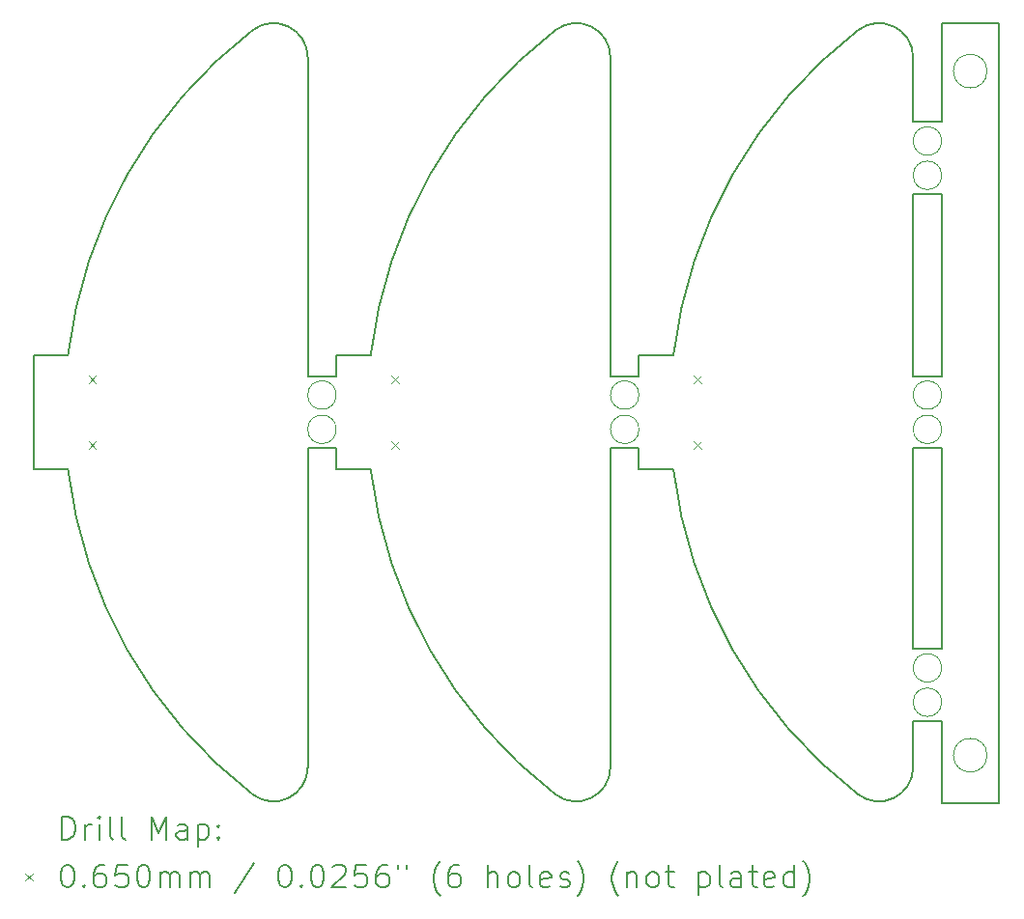
<source format=gbr>
%TF.GenerationSoftware,KiCad,Pcbnew,8.0.5*%
%TF.CreationDate,2025-01-30T01:50:47+01:00*%
%TF.ProjectId,LAMP_OUTDOOR_BATTERY_PANEL,4c414d50-5f4f-4555-9444-4f4f525f4241,rev?*%
%TF.SameCoordinates,Original*%
%TF.FileFunction,Drillmap*%
%TF.FilePolarity,Positive*%
%FSLAX45Y45*%
G04 Gerber Fmt 4.5, Leading zero omitted, Abs format (unit mm)*
G04 Created by KiCad (PCBNEW 8.0.5) date 2025-01-30 01:50:47*
%MOMM*%
%LPD*%
G01*
G04 APERTURE LIST*
%ADD10C,0.050000*%
%ADD11C,0.200000*%
%ADD12C,0.100000*%
G04 APERTURE END LIST*
D10*
X22030500Y-12200000D02*
G75*
G02*
X21735500Y-12200000I-147500J0D01*
G01*
X21735500Y-12200000D02*
G75*
G02*
X22030500Y-12200000I147500J0D01*
G01*
X22030500Y-6200000D02*
G75*
G02*
X21735500Y-6200000I-147500J0D01*
G01*
X21735500Y-6200000D02*
G75*
G02*
X22030500Y-6200000I147500J0D01*
G01*
D11*
X21633000Y-8875000D02*
X21633000Y-7281000D01*
X21633000Y-11268000D02*
X21633000Y-9509000D01*
X21633000Y-12617000D02*
X21633000Y-11902000D01*
X22133000Y-12617000D02*
X21633000Y-12617000D01*
X22133000Y-5783000D02*
X22133000Y-12617000D01*
X21633000Y-5783000D02*
X22133000Y-5783000D01*
X21633000Y-6647000D02*
X21633000Y-5783000D01*
X21383000Y-6647000D02*
X21382440Y-6078956D01*
X21382680Y-7280000D02*
X21382680Y-7280000D01*
X21383000Y-8875000D02*
X21383012Y-7281000D01*
X21383000Y-11268000D02*
X21383012Y-9509000D01*
D10*
X21633000Y-11434000D02*
G75*
G02*
X21383000Y-11434000I-125000J0D01*
G01*
X21383000Y-11434000D02*
G75*
G02*
X21633000Y-11434000I125000J0D01*
G01*
D11*
X21633000Y-11268000D02*
X21383000Y-11268000D01*
D10*
X21633000Y-11735000D02*
G75*
G02*
X21383000Y-11735000I-125000J0D01*
G01*
X21383000Y-11735000D02*
G75*
G02*
X21633000Y-11735000I125000J0D01*
G01*
D11*
X21633000Y-11902000D02*
X21383012Y-11902000D01*
D10*
X21633000Y-9041000D02*
G75*
G02*
X21383000Y-9041000I-125000J0D01*
G01*
X21383000Y-9041000D02*
G75*
G02*
X21633000Y-9041000I125000J0D01*
G01*
D11*
X21633000Y-9509000D02*
X21383012Y-9509000D01*
D10*
X21633000Y-9342000D02*
G75*
G02*
X21383000Y-9342000I-125000J0D01*
G01*
X21383000Y-9342000D02*
G75*
G02*
X21633000Y-9342000I125000J0D01*
G01*
D11*
X21633000Y-8875000D02*
X21383000Y-8875000D01*
D10*
X21633000Y-6813000D02*
G75*
G02*
X21383000Y-6813000I-125000J0D01*
G01*
X21383000Y-6813000D02*
G75*
G02*
X21633000Y-6813000I125000J0D01*
G01*
D11*
X21633000Y-7281000D02*
X21383012Y-7281000D01*
D10*
X21633000Y-7114000D02*
G75*
G02*
X21383000Y-7114000I-125000J0D01*
G01*
X21383000Y-7114000D02*
G75*
G02*
X21633000Y-7114000I125000J0D01*
G01*
D11*
X21633000Y-6647000D02*
X21383000Y-6647000D01*
X18980000Y-9509000D02*
X18979470Y-9692000D01*
X18730000Y-8875000D02*
X18729440Y-6078956D01*
D10*
X18980000Y-9342000D02*
G75*
G02*
X18730000Y-9342000I-125000J0D01*
G01*
X18730000Y-9342000D02*
G75*
G02*
X18980000Y-9342000I125000J0D01*
G01*
X18980000Y-9041000D02*
G75*
G02*
X18730000Y-9041000I-125000J0D01*
G01*
X18730000Y-9041000D02*
G75*
G02*
X18980000Y-9041000I125000J0D01*
G01*
D11*
X18980000Y-9509000D02*
X18730012Y-9509000D01*
X18980000Y-8875000D02*
X18730000Y-8875000D01*
D10*
X16326470Y-9342000D02*
G75*
G02*
X16076470Y-9342000I-125000J0D01*
G01*
X16076470Y-9342000D02*
G75*
G02*
X16326470Y-9342000I125000J0D01*
G01*
X16326470Y-9041000D02*
G75*
G02*
X16076470Y-9041000I-125000J0D01*
G01*
X16076470Y-9041000D02*
G75*
G02*
X16326470Y-9041000I125000J0D01*
G01*
D11*
X16326470Y-9509000D02*
X16326470Y-9692000D01*
X16326470Y-9509000D02*
X16076482Y-9509000D01*
X16076470Y-8875000D02*
X16076470Y-6078956D01*
X16326470Y-8875000D02*
X16076470Y-8875000D01*
X13673500Y-8692000D02*
X13673500Y-9692000D01*
X15593283Y-12542620D02*
G75*
G02*
X13975476Y-9692000I2583547J3350620D01*
G01*
X13673500Y-9692000D02*
X13975476Y-9692000D01*
X16076470Y-12305044D02*
X16076482Y-9509000D01*
X13975476Y-8692000D02*
X13673500Y-8692000D01*
X15593283Y-5841379D02*
G75*
G02*
X16076473Y-6078956I183187J-237581D01*
G01*
X16076470Y-12305044D02*
G75*
G02*
X15593285Y-12542618I-300000J4D01*
G01*
X13975476Y-8692000D02*
G75*
G02*
X15593283Y-5841379I4201354J-500000D01*
G01*
X16326470Y-8692000D02*
X16326470Y-8875000D01*
X18246253Y-12542620D02*
G75*
G02*
X16628446Y-9692000I2583551J3350623D01*
G01*
X16326470Y-9692000D02*
X16628446Y-9692000D01*
X16628446Y-8692000D02*
X16326470Y-8692000D01*
X18246253Y-5841379D02*
G75*
G02*
X18729440Y-6078956I183187J-237577D01*
G01*
X18729440Y-12305044D02*
X18730012Y-9509000D01*
X18729440Y-12305044D02*
G75*
G02*
X18246253Y-12542620I-300003J6D01*
G01*
X16628446Y-8692000D02*
G75*
G02*
X18246253Y-5841379I4201350J-499999D01*
G01*
X18979470Y-8692000D02*
X18980000Y-8875000D01*
X20899253Y-12542620D02*
G75*
G02*
X19281446Y-9692000I2583551J3350623D01*
G01*
X18979470Y-9692000D02*
X19281446Y-9692000D01*
X19281446Y-8692000D02*
X18979470Y-8692000D01*
X20899253Y-5841379D02*
G75*
G02*
X21382440Y-6078956I183187J-237577D01*
G01*
X21382440Y-12305044D02*
X21383012Y-11902000D01*
X21382440Y-12305044D02*
G75*
G02*
X20899253Y-12542620I-300003J6D01*
G01*
X19281446Y-8692000D02*
G75*
G02*
X20899253Y-5841379I4201350J-499999D01*
G01*
D12*
X14156000Y-8871500D02*
X14221000Y-8936500D01*
X14221000Y-8871500D02*
X14156000Y-8936500D01*
X14156000Y-9449500D02*
X14221000Y-9514500D01*
X14221000Y-9449500D02*
X14156000Y-9514500D01*
X16808970Y-8871500D02*
X16873970Y-8936500D01*
X16873970Y-8871500D02*
X16808970Y-8936500D01*
X16808970Y-9449500D02*
X16873970Y-9514500D01*
X16873970Y-9449500D02*
X16808970Y-9514500D01*
X19461970Y-8871500D02*
X19526970Y-8936500D01*
X19526970Y-8871500D02*
X19461970Y-8936500D01*
X19461970Y-9449500D02*
X19526970Y-9514500D01*
X19526970Y-9449500D02*
X19461970Y-9514500D01*
D11*
X13924277Y-12938484D02*
X13924277Y-12738484D01*
X13924277Y-12738484D02*
X13971896Y-12738484D01*
X13971896Y-12738484D02*
X14000467Y-12748008D01*
X14000467Y-12748008D02*
X14019515Y-12767055D01*
X14019515Y-12767055D02*
X14029039Y-12786103D01*
X14029039Y-12786103D02*
X14038562Y-12824198D01*
X14038562Y-12824198D02*
X14038562Y-12852769D01*
X14038562Y-12852769D02*
X14029039Y-12890865D01*
X14029039Y-12890865D02*
X14019515Y-12909912D01*
X14019515Y-12909912D02*
X14000467Y-12928960D01*
X14000467Y-12928960D02*
X13971896Y-12938484D01*
X13971896Y-12938484D02*
X13924277Y-12938484D01*
X14124277Y-12938484D02*
X14124277Y-12805150D01*
X14124277Y-12843246D02*
X14133801Y-12824198D01*
X14133801Y-12824198D02*
X14143324Y-12814674D01*
X14143324Y-12814674D02*
X14162372Y-12805150D01*
X14162372Y-12805150D02*
X14181420Y-12805150D01*
X14248086Y-12938484D02*
X14248086Y-12805150D01*
X14248086Y-12738484D02*
X14238562Y-12748008D01*
X14238562Y-12748008D02*
X14248086Y-12757531D01*
X14248086Y-12757531D02*
X14257610Y-12748008D01*
X14257610Y-12748008D02*
X14248086Y-12738484D01*
X14248086Y-12738484D02*
X14248086Y-12757531D01*
X14371896Y-12938484D02*
X14352848Y-12928960D01*
X14352848Y-12928960D02*
X14343324Y-12909912D01*
X14343324Y-12909912D02*
X14343324Y-12738484D01*
X14476658Y-12938484D02*
X14457610Y-12928960D01*
X14457610Y-12928960D02*
X14448086Y-12909912D01*
X14448086Y-12909912D02*
X14448086Y-12738484D01*
X14705229Y-12938484D02*
X14705229Y-12738484D01*
X14705229Y-12738484D02*
X14771896Y-12881341D01*
X14771896Y-12881341D02*
X14838562Y-12738484D01*
X14838562Y-12738484D02*
X14838562Y-12938484D01*
X15019515Y-12938484D02*
X15019515Y-12833722D01*
X15019515Y-12833722D02*
X15009991Y-12814674D01*
X15009991Y-12814674D02*
X14990943Y-12805150D01*
X14990943Y-12805150D02*
X14952848Y-12805150D01*
X14952848Y-12805150D02*
X14933801Y-12814674D01*
X15019515Y-12928960D02*
X15000467Y-12938484D01*
X15000467Y-12938484D02*
X14952848Y-12938484D01*
X14952848Y-12938484D02*
X14933801Y-12928960D01*
X14933801Y-12928960D02*
X14924277Y-12909912D01*
X14924277Y-12909912D02*
X14924277Y-12890865D01*
X14924277Y-12890865D02*
X14933801Y-12871817D01*
X14933801Y-12871817D02*
X14952848Y-12862293D01*
X14952848Y-12862293D02*
X15000467Y-12862293D01*
X15000467Y-12862293D02*
X15019515Y-12852769D01*
X15114753Y-12805150D02*
X15114753Y-13005150D01*
X15114753Y-12814674D02*
X15133801Y-12805150D01*
X15133801Y-12805150D02*
X15171896Y-12805150D01*
X15171896Y-12805150D02*
X15190943Y-12814674D01*
X15190943Y-12814674D02*
X15200467Y-12824198D01*
X15200467Y-12824198D02*
X15209991Y-12843246D01*
X15209991Y-12843246D02*
X15209991Y-12900388D01*
X15209991Y-12900388D02*
X15200467Y-12919436D01*
X15200467Y-12919436D02*
X15190943Y-12928960D01*
X15190943Y-12928960D02*
X15171896Y-12938484D01*
X15171896Y-12938484D02*
X15133801Y-12938484D01*
X15133801Y-12938484D02*
X15114753Y-12928960D01*
X15295705Y-12919436D02*
X15305229Y-12928960D01*
X15305229Y-12928960D02*
X15295705Y-12938484D01*
X15295705Y-12938484D02*
X15286182Y-12928960D01*
X15286182Y-12928960D02*
X15295705Y-12919436D01*
X15295705Y-12919436D02*
X15295705Y-12938484D01*
X15295705Y-12814674D02*
X15305229Y-12824198D01*
X15305229Y-12824198D02*
X15295705Y-12833722D01*
X15295705Y-12833722D02*
X15286182Y-12824198D01*
X15286182Y-12824198D02*
X15295705Y-12814674D01*
X15295705Y-12814674D02*
X15295705Y-12833722D01*
D12*
X13598500Y-13234500D02*
X13663500Y-13299500D01*
X13663500Y-13234500D02*
X13598500Y-13299500D01*
D11*
X13962372Y-13158484D02*
X13981420Y-13158484D01*
X13981420Y-13158484D02*
X14000467Y-13168008D01*
X14000467Y-13168008D02*
X14009991Y-13177531D01*
X14009991Y-13177531D02*
X14019515Y-13196579D01*
X14019515Y-13196579D02*
X14029039Y-13234674D01*
X14029039Y-13234674D02*
X14029039Y-13282293D01*
X14029039Y-13282293D02*
X14019515Y-13320388D01*
X14019515Y-13320388D02*
X14009991Y-13339436D01*
X14009991Y-13339436D02*
X14000467Y-13348960D01*
X14000467Y-13348960D02*
X13981420Y-13358484D01*
X13981420Y-13358484D02*
X13962372Y-13358484D01*
X13962372Y-13358484D02*
X13943324Y-13348960D01*
X13943324Y-13348960D02*
X13933801Y-13339436D01*
X13933801Y-13339436D02*
X13924277Y-13320388D01*
X13924277Y-13320388D02*
X13914753Y-13282293D01*
X13914753Y-13282293D02*
X13914753Y-13234674D01*
X13914753Y-13234674D02*
X13924277Y-13196579D01*
X13924277Y-13196579D02*
X13933801Y-13177531D01*
X13933801Y-13177531D02*
X13943324Y-13168008D01*
X13943324Y-13168008D02*
X13962372Y-13158484D01*
X14114753Y-13339436D02*
X14124277Y-13348960D01*
X14124277Y-13348960D02*
X14114753Y-13358484D01*
X14114753Y-13358484D02*
X14105229Y-13348960D01*
X14105229Y-13348960D02*
X14114753Y-13339436D01*
X14114753Y-13339436D02*
X14114753Y-13358484D01*
X14295705Y-13158484D02*
X14257610Y-13158484D01*
X14257610Y-13158484D02*
X14238562Y-13168008D01*
X14238562Y-13168008D02*
X14229039Y-13177531D01*
X14229039Y-13177531D02*
X14209991Y-13206103D01*
X14209991Y-13206103D02*
X14200467Y-13244198D01*
X14200467Y-13244198D02*
X14200467Y-13320388D01*
X14200467Y-13320388D02*
X14209991Y-13339436D01*
X14209991Y-13339436D02*
X14219515Y-13348960D01*
X14219515Y-13348960D02*
X14238562Y-13358484D01*
X14238562Y-13358484D02*
X14276658Y-13358484D01*
X14276658Y-13358484D02*
X14295705Y-13348960D01*
X14295705Y-13348960D02*
X14305229Y-13339436D01*
X14305229Y-13339436D02*
X14314753Y-13320388D01*
X14314753Y-13320388D02*
X14314753Y-13272769D01*
X14314753Y-13272769D02*
X14305229Y-13253722D01*
X14305229Y-13253722D02*
X14295705Y-13244198D01*
X14295705Y-13244198D02*
X14276658Y-13234674D01*
X14276658Y-13234674D02*
X14238562Y-13234674D01*
X14238562Y-13234674D02*
X14219515Y-13244198D01*
X14219515Y-13244198D02*
X14209991Y-13253722D01*
X14209991Y-13253722D02*
X14200467Y-13272769D01*
X14495705Y-13158484D02*
X14400467Y-13158484D01*
X14400467Y-13158484D02*
X14390943Y-13253722D01*
X14390943Y-13253722D02*
X14400467Y-13244198D01*
X14400467Y-13244198D02*
X14419515Y-13234674D01*
X14419515Y-13234674D02*
X14467134Y-13234674D01*
X14467134Y-13234674D02*
X14486182Y-13244198D01*
X14486182Y-13244198D02*
X14495705Y-13253722D01*
X14495705Y-13253722D02*
X14505229Y-13272769D01*
X14505229Y-13272769D02*
X14505229Y-13320388D01*
X14505229Y-13320388D02*
X14495705Y-13339436D01*
X14495705Y-13339436D02*
X14486182Y-13348960D01*
X14486182Y-13348960D02*
X14467134Y-13358484D01*
X14467134Y-13358484D02*
X14419515Y-13358484D01*
X14419515Y-13358484D02*
X14400467Y-13348960D01*
X14400467Y-13348960D02*
X14390943Y-13339436D01*
X14629039Y-13158484D02*
X14648086Y-13158484D01*
X14648086Y-13158484D02*
X14667134Y-13168008D01*
X14667134Y-13168008D02*
X14676658Y-13177531D01*
X14676658Y-13177531D02*
X14686182Y-13196579D01*
X14686182Y-13196579D02*
X14695705Y-13234674D01*
X14695705Y-13234674D02*
X14695705Y-13282293D01*
X14695705Y-13282293D02*
X14686182Y-13320388D01*
X14686182Y-13320388D02*
X14676658Y-13339436D01*
X14676658Y-13339436D02*
X14667134Y-13348960D01*
X14667134Y-13348960D02*
X14648086Y-13358484D01*
X14648086Y-13358484D02*
X14629039Y-13358484D01*
X14629039Y-13358484D02*
X14609991Y-13348960D01*
X14609991Y-13348960D02*
X14600467Y-13339436D01*
X14600467Y-13339436D02*
X14590943Y-13320388D01*
X14590943Y-13320388D02*
X14581420Y-13282293D01*
X14581420Y-13282293D02*
X14581420Y-13234674D01*
X14581420Y-13234674D02*
X14590943Y-13196579D01*
X14590943Y-13196579D02*
X14600467Y-13177531D01*
X14600467Y-13177531D02*
X14609991Y-13168008D01*
X14609991Y-13168008D02*
X14629039Y-13158484D01*
X14781420Y-13358484D02*
X14781420Y-13225150D01*
X14781420Y-13244198D02*
X14790943Y-13234674D01*
X14790943Y-13234674D02*
X14809991Y-13225150D01*
X14809991Y-13225150D02*
X14838563Y-13225150D01*
X14838563Y-13225150D02*
X14857610Y-13234674D01*
X14857610Y-13234674D02*
X14867134Y-13253722D01*
X14867134Y-13253722D02*
X14867134Y-13358484D01*
X14867134Y-13253722D02*
X14876658Y-13234674D01*
X14876658Y-13234674D02*
X14895705Y-13225150D01*
X14895705Y-13225150D02*
X14924277Y-13225150D01*
X14924277Y-13225150D02*
X14943324Y-13234674D01*
X14943324Y-13234674D02*
X14952848Y-13253722D01*
X14952848Y-13253722D02*
X14952848Y-13358484D01*
X15048086Y-13358484D02*
X15048086Y-13225150D01*
X15048086Y-13244198D02*
X15057610Y-13234674D01*
X15057610Y-13234674D02*
X15076658Y-13225150D01*
X15076658Y-13225150D02*
X15105229Y-13225150D01*
X15105229Y-13225150D02*
X15124277Y-13234674D01*
X15124277Y-13234674D02*
X15133801Y-13253722D01*
X15133801Y-13253722D02*
X15133801Y-13358484D01*
X15133801Y-13253722D02*
X15143324Y-13234674D01*
X15143324Y-13234674D02*
X15162372Y-13225150D01*
X15162372Y-13225150D02*
X15190943Y-13225150D01*
X15190943Y-13225150D02*
X15209991Y-13234674D01*
X15209991Y-13234674D02*
X15219515Y-13253722D01*
X15219515Y-13253722D02*
X15219515Y-13358484D01*
X15609991Y-13148960D02*
X15438563Y-13406103D01*
X15867134Y-13158484D02*
X15886182Y-13158484D01*
X15886182Y-13158484D02*
X15905229Y-13168008D01*
X15905229Y-13168008D02*
X15914753Y-13177531D01*
X15914753Y-13177531D02*
X15924277Y-13196579D01*
X15924277Y-13196579D02*
X15933801Y-13234674D01*
X15933801Y-13234674D02*
X15933801Y-13282293D01*
X15933801Y-13282293D02*
X15924277Y-13320388D01*
X15924277Y-13320388D02*
X15914753Y-13339436D01*
X15914753Y-13339436D02*
X15905229Y-13348960D01*
X15905229Y-13348960D02*
X15886182Y-13358484D01*
X15886182Y-13358484D02*
X15867134Y-13358484D01*
X15867134Y-13358484D02*
X15848086Y-13348960D01*
X15848086Y-13348960D02*
X15838563Y-13339436D01*
X15838563Y-13339436D02*
X15829039Y-13320388D01*
X15829039Y-13320388D02*
X15819515Y-13282293D01*
X15819515Y-13282293D02*
X15819515Y-13234674D01*
X15819515Y-13234674D02*
X15829039Y-13196579D01*
X15829039Y-13196579D02*
X15838563Y-13177531D01*
X15838563Y-13177531D02*
X15848086Y-13168008D01*
X15848086Y-13168008D02*
X15867134Y-13158484D01*
X16019515Y-13339436D02*
X16029039Y-13348960D01*
X16029039Y-13348960D02*
X16019515Y-13358484D01*
X16019515Y-13358484D02*
X16009991Y-13348960D01*
X16009991Y-13348960D02*
X16019515Y-13339436D01*
X16019515Y-13339436D02*
X16019515Y-13358484D01*
X16152848Y-13158484D02*
X16171896Y-13158484D01*
X16171896Y-13158484D02*
X16190944Y-13168008D01*
X16190944Y-13168008D02*
X16200467Y-13177531D01*
X16200467Y-13177531D02*
X16209991Y-13196579D01*
X16209991Y-13196579D02*
X16219515Y-13234674D01*
X16219515Y-13234674D02*
X16219515Y-13282293D01*
X16219515Y-13282293D02*
X16209991Y-13320388D01*
X16209991Y-13320388D02*
X16200467Y-13339436D01*
X16200467Y-13339436D02*
X16190944Y-13348960D01*
X16190944Y-13348960D02*
X16171896Y-13358484D01*
X16171896Y-13358484D02*
X16152848Y-13358484D01*
X16152848Y-13358484D02*
X16133801Y-13348960D01*
X16133801Y-13348960D02*
X16124277Y-13339436D01*
X16124277Y-13339436D02*
X16114753Y-13320388D01*
X16114753Y-13320388D02*
X16105229Y-13282293D01*
X16105229Y-13282293D02*
X16105229Y-13234674D01*
X16105229Y-13234674D02*
X16114753Y-13196579D01*
X16114753Y-13196579D02*
X16124277Y-13177531D01*
X16124277Y-13177531D02*
X16133801Y-13168008D01*
X16133801Y-13168008D02*
X16152848Y-13158484D01*
X16295706Y-13177531D02*
X16305229Y-13168008D01*
X16305229Y-13168008D02*
X16324277Y-13158484D01*
X16324277Y-13158484D02*
X16371896Y-13158484D01*
X16371896Y-13158484D02*
X16390944Y-13168008D01*
X16390944Y-13168008D02*
X16400467Y-13177531D01*
X16400467Y-13177531D02*
X16409991Y-13196579D01*
X16409991Y-13196579D02*
X16409991Y-13215627D01*
X16409991Y-13215627D02*
X16400467Y-13244198D01*
X16400467Y-13244198D02*
X16286182Y-13358484D01*
X16286182Y-13358484D02*
X16409991Y-13358484D01*
X16590944Y-13158484D02*
X16495706Y-13158484D01*
X16495706Y-13158484D02*
X16486182Y-13253722D01*
X16486182Y-13253722D02*
X16495706Y-13244198D01*
X16495706Y-13244198D02*
X16514753Y-13234674D01*
X16514753Y-13234674D02*
X16562372Y-13234674D01*
X16562372Y-13234674D02*
X16581420Y-13244198D01*
X16581420Y-13244198D02*
X16590944Y-13253722D01*
X16590944Y-13253722D02*
X16600467Y-13272769D01*
X16600467Y-13272769D02*
X16600467Y-13320388D01*
X16600467Y-13320388D02*
X16590944Y-13339436D01*
X16590944Y-13339436D02*
X16581420Y-13348960D01*
X16581420Y-13348960D02*
X16562372Y-13358484D01*
X16562372Y-13358484D02*
X16514753Y-13358484D01*
X16514753Y-13358484D02*
X16495706Y-13348960D01*
X16495706Y-13348960D02*
X16486182Y-13339436D01*
X16771896Y-13158484D02*
X16733801Y-13158484D01*
X16733801Y-13158484D02*
X16714753Y-13168008D01*
X16714753Y-13168008D02*
X16705229Y-13177531D01*
X16705229Y-13177531D02*
X16686182Y-13206103D01*
X16686182Y-13206103D02*
X16676658Y-13244198D01*
X16676658Y-13244198D02*
X16676658Y-13320388D01*
X16676658Y-13320388D02*
X16686182Y-13339436D01*
X16686182Y-13339436D02*
X16695706Y-13348960D01*
X16695706Y-13348960D02*
X16714753Y-13358484D01*
X16714753Y-13358484D02*
X16752848Y-13358484D01*
X16752848Y-13358484D02*
X16771896Y-13348960D01*
X16771896Y-13348960D02*
X16781420Y-13339436D01*
X16781420Y-13339436D02*
X16790944Y-13320388D01*
X16790944Y-13320388D02*
X16790944Y-13272769D01*
X16790944Y-13272769D02*
X16781420Y-13253722D01*
X16781420Y-13253722D02*
X16771896Y-13244198D01*
X16771896Y-13244198D02*
X16752848Y-13234674D01*
X16752848Y-13234674D02*
X16714753Y-13234674D01*
X16714753Y-13234674D02*
X16695706Y-13244198D01*
X16695706Y-13244198D02*
X16686182Y-13253722D01*
X16686182Y-13253722D02*
X16676658Y-13272769D01*
X16867134Y-13158484D02*
X16867134Y-13196579D01*
X16943325Y-13158484D02*
X16943325Y-13196579D01*
X17238563Y-13434674D02*
X17229039Y-13425150D01*
X17229039Y-13425150D02*
X17209991Y-13396579D01*
X17209991Y-13396579D02*
X17200468Y-13377531D01*
X17200468Y-13377531D02*
X17190944Y-13348960D01*
X17190944Y-13348960D02*
X17181420Y-13301341D01*
X17181420Y-13301341D02*
X17181420Y-13263246D01*
X17181420Y-13263246D02*
X17190944Y-13215627D01*
X17190944Y-13215627D02*
X17200468Y-13187055D01*
X17200468Y-13187055D02*
X17209991Y-13168008D01*
X17209991Y-13168008D02*
X17229039Y-13139436D01*
X17229039Y-13139436D02*
X17238563Y-13129912D01*
X17400468Y-13158484D02*
X17362372Y-13158484D01*
X17362372Y-13158484D02*
X17343325Y-13168008D01*
X17343325Y-13168008D02*
X17333801Y-13177531D01*
X17333801Y-13177531D02*
X17314753Y-13206103D01*
X17314753Y-13206103D02*
X17305230Y-13244198D01*
X17305230Y-13244198D02*
X17305230Y-13320388D01*
X17305230Y-13320388D02*
X17314753Y-13339436D01*
X17314753Y-13339436D02*
X17324277Y-13348960D01*
X17324277Y-13348960D02*
X17343325Y-13358484D01*
X17343325Y-13358484D02*
X17381420Y-13358484D01*
X17381420Y-13358484D02*
X17400468Y-13348960D01*
X17400468Y-13348960D02*
X17409991Y-13339436D01*
X17409991Y-13339436D02*
X17419515Y-13320388D01*
X17419515Y-13320388D02*
X17419515Y-13272769D01*
X17419515Y-13272769D02*
X17409991Y-13253722D01*
X17409991Y-13253722D02*
X17400468Y-13244198D01*
X17400468Y-13244198D02*
X17381420Y-13234674D01*
X17381420Y-13234674D02*
X17343325Y-13234674D01*
X17343325Y-13234674D02*
X17324277Y-13244198D01*
X17324277Y-13244198D02*
X17314753Y-13253722D01*
X17314753Y-13253722D02*
X17305230Y-13272769D01*
X17657611Y-13358484D02*
X17657611Y-13158484D01*
X17743325Y-13358484D02*
X17743325Y-13253722D01*
X17743325Y-13253722D02*
X17733801Y-13234674D01*
X17733801Y-13234674D02*
X17714753Y-13225150D01*
X17714753Y-13225150D02*
X17686182Y-13225150D01*
X17686182Y-13225150D02*
X17667134Y-13234674D01*
X17667134Y-13234674D02*
X17657611Y-13244198D01*
X17867134Y-13358484D02*
X17848087Y-13348960D01*
X17848087Y-13348960D02*
X17838563Y-13339436D01*
X17838563Y-13339436D02*
X17829039Y-13320388D01*
X17829039Y-13320388D02*
X17829039Y-13263246D01*
X17829039Y-13263246D02*
X17838563Y-13244198D01*
X17838563Y-13244198D02*
X17848087Y-13234674D01*
X17848087Y-13234674D02*
X17867134Y-13225150D01*
X17867134Y-13225150D02*
X17895706Y-13225150D01*
X17895706Y-13225150D02*
X17914753Y-13234674D01*
X17914753Y-13234674D02*
X17924277Y-13244198D01*
X17924277Y-13244198D02*
X17933801Y-13263246D01*
X17933801Y-13263246D02*
X17933801Y-13320388D01*
X17933801Y-13320388D02*
X17924277Y-13339436D01*
X17924277Y-13339436D02*
X17914753Y-13348960D01*
X17914753Y-13348960D02*
X17895706Y-13358484D01*
X17895706Y-13358484D02*
X17867134Y-13358484D01*
X18048087Y-13358484D02*
X18029039Y-13348960D01*
X18029039Y-13348960D02*
X18019515Y-13329912D01*
X18019515Y-13329912D02*
X18019515Y-13158484D01*
X18200468Y-13348960D02*
X18181420Y-13358484D01*
X18181420Y-13358484D02*
X18143325Y-13358484D01*
X18143325Y-13358484D02*
X18124277Y-13348960D01*
X18124277Y-13348960D02*
X18114753Y-13329912D01*
X18114753Y-13329912D02*
X18114753Y-13253722D01*
X18114753Y-13253722D02*
X18124277Y-13234674D01*
X18124277Y-13234674D02*
X18143325Y-13225150D01*
X18143325Y-13225150D02*
X18181420Y-13225150D01*
X18181420Y-13225150D02*
X18200468Y-13234674D01*
X18200468Y-13234674D02*
X18209992Y-13253722D01*
X18209992Y-13253722D02*
X18209992Y-13272769D01*
X18209992Y-13272769D02*
X18114753Y-13291817D01*
X18286182Y-13348960D02*
X18305230Y-13358484D01*
X18305230Y-13358484D02*
X18343325Y-13358484D01*
X18343325Y-13358484D02*
X18362373Y-13348960D01*
X18362373Y-13348960D02*
X18371896Y-13329912D01*
X18371896Y-13329912D02*
X18371896Y-13320388D01*
X18371896Y-13320388D02*
X18362373Y-13301341D01*
X18362373Y-13301341D02*
X18343325Y-13291817D01*
X18343325Y-13291817D02*
X18314753Y-13291817D01*
X18314753Y-13291817D02*
X18295706Y-13282293D01*
X18295706Y-13282293D02*
X18286182Y-13263246D01*
X18286182Y-13263246D02*
X18286182Y-13253722D01*
X18286182Y-13253722D02*
X18295706Y-13234674D01*
X18295706Y-13234674D02*
X18314753Y-13225150D01*
X18314753Y-13225150D02*
X18343325Y-13225150D01*
X18343325Y-13225150D02*
X18362373Y-13234674D01*
X18438563Y-13434674D02*
X18448087Y-13425150D01*
X18448087Y-13425150D02*
X18467134Y-13396579D01*
X18467134Y-13396579D02*
X18476658Y-13377531D01*
X18476658Y-13377531D02*
X18486182Y-13348960D01*
X18486182Y-13348960D02*
X18495706Y-13301341D01*
X18495706Y-13301341D02*
X18495706Y-13263246D01*
X18495706Y-13263246D02*
X18486182Y-13215627D01*
X18486182Y-13215627D02*
X18476658Y-13187055D01*
X18476658Y-13187055D02*
X18467134Y-13168008D01*
X18467134Y-13168008D02*
X18448087Y-13139436D01*
X18448087Y-13139436D02*
X18438563Y-13129912D01*
X18800468Y-13434674D02*
X18790944Y-13425150D01*
X18790944Y-13425150D02*
X18771896Y-13396579D01*
X18771896Y-13396579D02*
X18762373Y-13377531D01*
X18762373Y-13377531D02*
X18752849Y-13348960D01*
X18752849Y-13348960D02*
X18743325Y-13301341D01*
X18743325Y-13301341D02*
X18743325Y-13263246D01*
X18743325Y-13263246D02*
X18752849Y-13215627D01*
X18752849Y-13215627D02*
X18762373Y-13187055D01*
X18762373Y-13187055D02*
X18771896Y-13168008D01*
X18771896Y-13168008D02*
X18790944Y-13139436D01*
X18790944Y-13139436D02*
X18800468Y-13129912D01*
X18876658Y-13225150D02*
X18876658Y-13358484D01*
X18876658Y-13244198D02*
X18886182Y-13234674D01*
X18886182Y-13234674D02*
X18905230Y-13225150D01*
X18905230Y-13225150D02*
X18933801Y-13225150D01*
X18933801Y-13225150D02*
X18952849Y-13234674D01*
X18952849Y-13234674D02*
X18962373Y-13253722D01*
X18962373Y-13253722D02*
X18962373Y-13358484D01*
X19086182Y-13358484D02*
X19067134Y-13348960D01*
X19067134Y-13348960D02*
X19057611Y-13339436D01*
X19057611Y-13339436D02*
X19048087Y-13320388D01*
X19048087Y-13320388D02*
X19048087Y-13263246D01*
X19048087Y-13263246D02*
X19057611Y-13244198D01*
X19057611Y-13244198D02*
X19067134Y-13234674D01*
X19067134Y-13234674D02*
X19086182Y-13225150D01*
X19086182Y-13225150D02*
X19114754Y-13225150D01*
X19114754Y-13225150D02*
X19133801Y-13234674D01*
X19133801Y-13234674D02*
X19143325Y-13244198D01*
X19143325Y-13244198D02*
X19152849Y-13263246D01*
X19152849Y-13263246D02*
X19152849Y-13320388D01*
X19152849Y-13320388D02*
X19143325Y-13339436D01*
X19143325Y-13339436D02*
X19133801Y-13348960D01*
X19133801Y-13348960D02*
X19114754Y-13358484D01*
X19114754Y-13358484D02*
X19086182Y-13358484D01*
X19209992Y-13225150D02*
X19286182Y-13225150D01*
X19238563Y-13158484D02*
X19238563Y-13329912D01*
X19238563Y-13329912D02*
X19248087Y-13348960D01*
X19248087Y-13348960D02*
X19267134Y-13358484D01*
X19267134Y-13358484D02*
X19286182Y-13358484D01*
X19505230Y-13225150D02*
X19505230Y-13425150D01*
X19505230Y-13234674D02*
X19524277Y-13225150D01*
X19524277Y-13225150D02*
X19562373Y-13225150D01*
X19562373Y-13225150D02*
X19581420Y-13234674D01*
X19581420Y-13234674D02*
X19590944Y-13244198D01*
X19590944Y-13244198D02*
X19600468Y-13263246D01*
X19600468Y-13263246D02*
X19600468Y-13320388D01*
X19600468Y-13320388D02*
X19590944Y-13339436D01*
X19590944Y-13339436D02*
X19581420Y-13348960D01*
X19581420Y-13348960D02*
X19562373Y-13358484D01*
X19562373Y-13358484D02*
X19524277Y-13358484D01*
X19524277Y-13358484D02*
X19505230Y-13348960D01*
X19714754Y-13358484D02*
X19695706Y-13348960D01*
X19695706Y-13348960D02*
X19686182Y-13329912D01*
X19686182Y-13329912D02*
X19686182Y-13158484D01*
X19876658Y-13358484D02*
X19876658Y-13253722D01*
X19876658Y-13253722D02*
X19867135Y-13234674D01*
X19867135Y-13234674D02*
X19848087Y-13225150D01*
X19848087Y-13225150D02*
X19809992Y-13225150D01*
X19809992Y-13225150D02*
X19790944Y-13234674D01*
X19876658Y-13348960D02*
X19857611Y-13358484D01*
X19857611Y-13358484D02*
X19809992Y-13358484D01*
X19809992Y-13358484D02*
X19790944Y-13348960D01*
X19790944Y-13348960D02*
X19781420Y-13329912D01*
X19781420Y-13329912D02*
X19781420Y-13310865D01*
X19781420Y-13310865D02*
X19790944Y-13291817D01*
X19790944Y-13291817D02*
X19809992Y-13282293D01*
X19809992Y-13282293D02*
X19857611Y-13282293D01*
X19857611Y-13282293D02*
X19876658Y-13272769D01*
X19943325Y-13225150D02*
X20019515Y-13225150D01*
X19971896Y-13158484D02*
X19971896Y-13329912D01*
X19971896Y-13329912D02*
X19981420Y-13348960D01*
X19981420Y-13348960D02*
X20000468Y-13358484D01*
X20000468Y-13358484D02*
X20019515Y-13358484D01*
X20162373Y-13348960D02*
X20143325Y-13358484D01*
X20143325Y-13358484D02*
X20105230Y-13358484D01*
X20105230Y-13358484D02*
X20086182Y-13348960D01*
X20086182Y-13348960D02*
X20076658Y-13329912D01*
X20076658Y-13329912D02*
X20076658Y-13253722D01*
X20076658Y-13253722D02*
X20086182Y-13234674D01*
X20086182Y-13234674D02*
X20105230Y-13225150D01*
X20105230Y-13225150D02*
X20143325Y-13225150D01*
X20143325Y-13225150D02*
X20162373Y-13234674D01*
X20162373Y-13234674D02*
X20171896Y-13253722D01*
X20171896Y-13253722D02*
X20171896Y-13272769D01*
X20171896Y-13272769D02*
X20076658Y-13291817D01*
X20343325Y-13358484D02*
X20343325Y-13158484D01*
X20343325Y-13348960D02*
X20324277Y-13358484D01*
X20324277Y-13358484D02*
X20286182Y-13358484D01*
X20286182Y-13358484D02*
X20267135Y-13348960D01*
X20267135Y-13348960D02*
X20257611Y-13339436D01*
X20257611Y-13339436D02*
X20248087Y-13320388D01*
X20248087Y-13320388D02*
X20248087Y-13263246D01*
X20248087Y-13263246D02*
X20257611Y-13244198D01*
X20257611Y-13244198D02*
X20267135Y-13234674D01*
X20267135Y-13234674D02*
X20286182Y-13225150D01*
X20286182Y-13225150D02*
X20324277Y-13225150D01*
X20324277Y-13225150D02*
X20343325Y-13234674D01*
X20419516Y-13434674D02*
X20429039Y-13425150D01*
X20429039Y-13425150D02*
X20448087Y-13396579D01*
X20448087Y-13396579D02*
X20457611Y-13377531D01*
X20457611Y-13377531D02*
X20467135Y-13348960D01*
X20467135Y-13348960D02*
X20476658Y-13301341D01*
X20476658Y-13301341D02*
X20476658Y-13263246D01*
X20476658Y-13263246D02*
X20467135Y-13215627D01*
X20467135Y-13215627D02*
X20457611Y-13187055D01*
X20457611Y-13187055D02*
X20448087Y-13168008D01*
X20448087Y-13168008D02*
X20429039Y-13139436D01*
X20429039Y-13139436D02*
X20419516Y-13129912D01*
M02*

</source>
